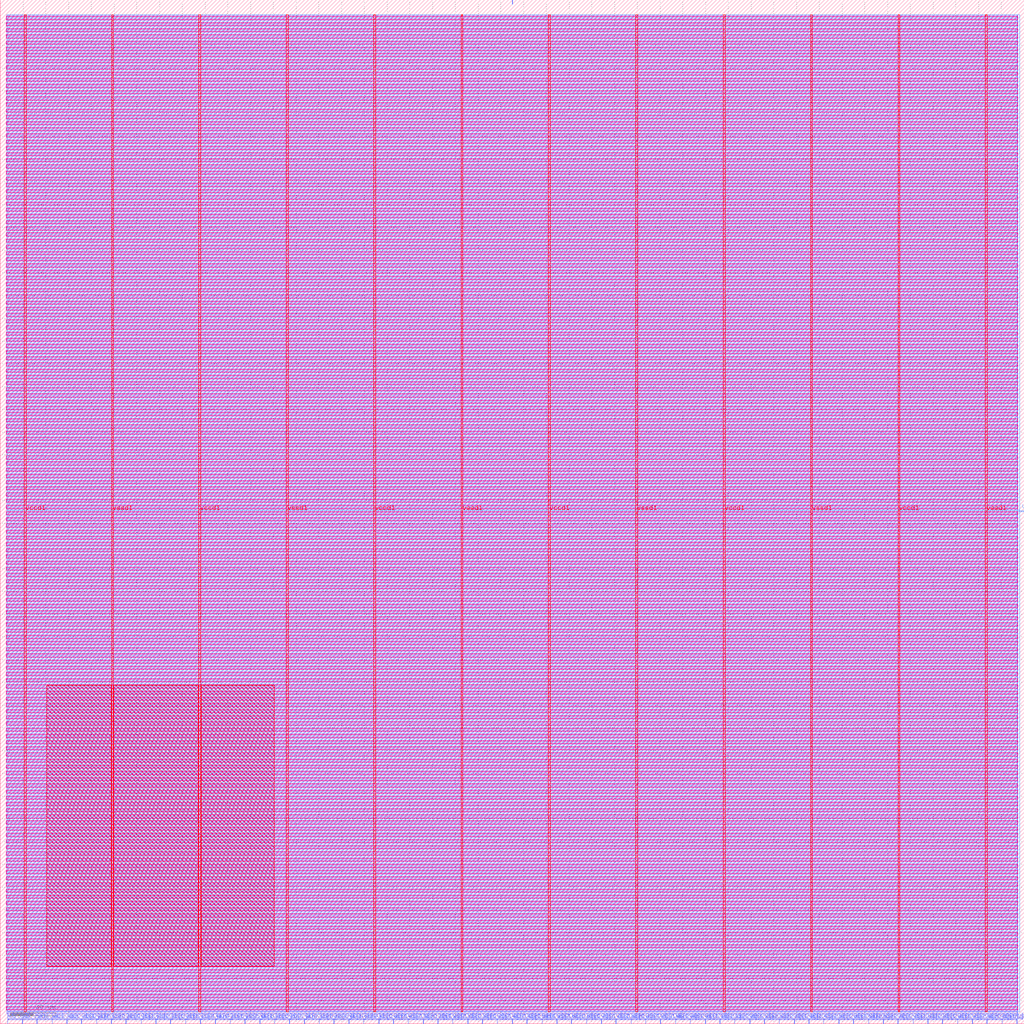
<source format=lef>
VERSION 5.7 ;
  NOWIREEXTENSIONATPIN ON ;
  DIVIDERCHAR "/" ;
  BUSBITCHARS "[]" ;
MACRO user_proj_example
  CLASS BLOCK ;
  FOREIGN user_proj_example ;
  ORIGIN 0.000 0.000 ;
  SIZE 900.000 BY 900.000 ;
  PIN user_clock2
    DIRECTION INPUT ;
    USE SIGNAL ;
    PORT
      LAYER met2 ;
        RECT 449.970 896.000 450.250 900.000 ;
    END
  END user_clock2
  PIN user_irq[0]
    DIRECTION OUTPUT TRISTATE ;
    USE SIGNAL ;
    PORT
      LAYER met2 ;
        RECT 880.530 0.000 880.810 4.000 ;
    END
  END user_irq[0]
  PIN user_irq[1]
    DIRECTION OUTPUT TRISTATE ;
    USE SIGNAL ;
    PORT
      LAYER met3 ;
        RECT 896.000 450.200 900.000 450.800 ;
    END
  END user_irq[1]
  PIN user_irq[2]
    DIRECTION OUTPUT TRISTATE ;
    USE SIGNAL ;
    PORT
      LAYER met2 ;
        RECT 893.410 0.000 893.690 4.000 ;
    END
  END user_irq[2]
  PIN vccd1
    DIRECTION INPUT ;
    USE POWER ;
    PORT
      LAYER met4 ;
        RECT 21.040 10.640 22.640 886.960 ;
    END
    PORT
      LAYER met4 ;
        RECT 174.640 10.640 176.240 886.960 ;
    END
    PORT
      LAYER met4 ;
        RECT 328.240 10.640 329.840 886.960 ;
    END
    PORT
      LAYER met4 ;
        RECT 481.840 10.640 483.440 886.960 ;
    END
    PORT
      LAYER met4 ;
        RECT 635.440 10.640 637.040 886.960 ;
    END
    PORT
      LAYER met4 ;
        RECT 789.040 10.640 790.640 886.960 ;
    END
  END vccd1
  PIN vssd1
    DIRECTION INPUT ;
    USE GROUND ;
    PORT
      LAYER met4 ;
        RECT 97.840 10.640 99.440 886.960 ;
    END
    PORT
      LAYER met4 ;
        RECT 251.440 10.640 253.040 886.960 ;
    END
    PORT
      LAYER met4 ;
        RECT 405.040 10.640 406.640 886.960 ;
    END
    PORT
      LAYER met4 ;
        RECT 558.640 10.640 560.240 886.960 ;
    END
    PORT
      LAYER met4 ;
        RECT 712.240 10.640 713.840 886.960 ;
    END
    PORT
      LAYER met4 ;
        RECT 865.840 10.640 867.440 886.960 ;
    END
  END vssd1
  PIN wb_clk_i
    DIRECTION INPUT ;
    USE SIGNAL ;
    PORT
      LAYER met2 ;
        RECT 6.530 0.000 6.810 4.000 ;
    END
  END wb_clk_i
  PIN wb_rst_i
    DIRECTION INPUT ;
    USE SIGNAL ;
    PORT
      LAYER met2 ;
        RECT 19.410 0.000 19.690 4.000 ;
    END
  END wb_rst_i
  PIN wbs_ack_o
    DIRECTION OUTPUT TRISTATE ;
    USE SIGNAL ;
    PORT
      LAYER met2 ;
        RECT 32.290 0.000 32.570 4.000 ;
    END
  END wbs_ack_o
  PIN wbs_adr_i[0]
    DIRECTION INPUT ;
    USE SIGNAL ;
    PORT
      LAYER met2 ;
        RECT 45.630 0.000 45.910 4.000 ;
    END
  END wbs_adr_i[0]
  PIN wbs_adr_i[10]
    DIRECTION INPUT ;
    USE SIGNAL ;
    PORT
      LAYER met2 ;
        RECT 306.450 0.000 306.730 4.000 ;
    END
  END wbs_adr_i[10]
  PIN wbs_adr_i[11]
    DIRECTION INPUT ;
    USE SIGNAL ;
    PORT
      LAYER met2 ;
        RECT 332.670 0.000 332.950 4.000 ;
    END
  END wbs_adr_i[11]
  PIN wbs_adr_i[12]
    DIRECTION INPUT ;
    USE SIGNAL ;
    PORT
      LAYER met2 ;
        RECT 358.430 0.000 358.710 4.000 ;
    END
  END wbs_adr_i[12]
  PIN wbs_adr_i[13]
    DIRECTION INPUT ;
    USE SIGNAL ;
    PORT
      LAYER met2 ;
        RECT 384.650 0.000 384.930 4.000 ;
    END
  END wbs_adr_i[13]
  PIN wbs_adr_i[14]
    DIRECTION INPUT ;
    USE SIGNAL ;
    PORT
      LAYER met2 ;
        RECT 410.870 0.000 411.150 4.000 ;
    END
  END wbs_adr_i[14]
  PIN wbs_adr_i[15]
    DIRECTION INPUT ;
    USE SIGNAL ;
    PORT
      LAYER met2 ;
        RECT 436.630 0.000 436.910 4.000 ;
    END
  END wbs_adr_i[15]
  PIN wbs_adr_i[16]
    DIRECTION INPUT ;
    USE SIGNAL ;
    PORT
      LAYER met2 ;
        RECT 462.850 0.000 463.130 4.000 ;
    END
  END wbs_adr_i[16]
  PIN wbs_adr_i[17]
    DIRECTION INPUT ;
    USE SIGNAL ;
    PORT
      LAYER met2 ;
        RECT 489.070 0.000 489.350 4.000 ;
    END
  END wbs_adr_i[17]
  PIN wbs_adr_i[18]
    DIRECTION INPUT ;
    USE SIGNAL ;
    PORT
      LAYER met2 ;
        RECT 515.290 0.000 515.570 4.000 ;
    END
  END wbs_adr_i[18]
  PIN wbs_adr_i[19]
    DIRECTION INPUT ;
    USE SIGNAL ;
    PORT
      LAYER met2 ;
        RECT 541.050 0.000 541.330 4.000 ;
    END
  END wbs_adr_i[19]
  PIN wbs_adr_i[1]
    DIRECTION INPUT ;
    USE SIGNAL ;
    PORT
      LAYER met2 ;
        RECT 71.390 0.000 71.670 4.000 ;
    END
  END wbs_adr_i[1]
  PIN wbs_adr_i[20]
    DIRECTION INPUT ;
    USE SIGNAL ;
    PORT
      LAYER met2 ;
        RECT 567.270 0.000 567.550 4.000 ;
    END
  END wbs_adr_i[20]
  PIN wbs_adr_i[21]
    DIRECTION INPUT ;
    USE SIGNAL ;
    PORT
      LAYER met2 ;
        RECT 593.490 0.000 593.770 4.000 ;
    END
  END wbs_adr_i[21]
  PIN wbs_adr_i[22]
    DIRECTION INPUT ;
    USE SIGNAL ;
    PORT
      LAYER met2 ;
        RECT 619.710 0.000 619.990 4.000 ;
    END
  END wbs_adr_i[22]
  PIN wbs_adr_i[23]
    DIRECTION INPUT ;
    USE SIGNAL ;
    PORT
      LAYER met2 ;
        RECT 645.470 0.000 645.750 4.000 ;
    END
  END wbs_adr_i[23]
  PIN wbs_adr_i[24]
    DIRECTION INPUT ;
    USE SIGNAL ;
    PORT
      LAYER met2 ;
        RECT 671.690 0.000 671.970 4.000 ;
    END
  END wbs_adr_i[24]
  PIN wbs_adr_i[25]
    DIRECTION INPUT ;
    USE SIGNAL ;
    PORT
      LAYER met2 ;
        RECT 697.910 0.000 698.190 4.000 ;
    END
  END wbs_adr_i[25]
  PIN wbs_adr_i[26]
    DIRECTION INPUT ;
    USE SIGNAL ;
    PORT
      LAYER met2 ;
        RECT 723.670 0.000 723.950 4.000 ;
    END
  END wbs_adr_i[26]
  PIN wbs_adr_i[27]
    DIRECTION INPUT ;
    USE SIGNAL ;
    PORT
      LAYER met2 ;
        RECT 749.890 0.000 750.170 4.000 ;
    END
  END wbs_adr_i[27]
  PIN wbs_adr_i[28]
    DIRECTION INPUT ;
    USE SIGNAL ;
    PORT
      LAYER met2 ;
        RECT 776.110 0.000 776.390 4.000 ;
    END
  END wbs_adr_i[28]
  PIN wbs_adr_i[29]
    DIRECTION INPUT ;
    USE SIGNAL ;
    PORT
      LAYER met2 ;
        RECT 802.330 0.000 802.610 4.000 ;
    END
  END wbs_adr_i[29]
  PIN wbs_adr_i[2]
    DIRECTION INPUT ;
    USE SIGNAL ;
    PORT
      LAYER met2 ;
        RECT 97.610 0.000 97.890 4.000 ;
    END
  END wbs_adr_i[2]
  PIN wbs_adr_i[30]
    DIRECTION INPUT ;
    USE SIGNAL ;
    PORT
      LAYER met2 ;
        RECT 828.090 0.000 828.370 4.000 ;
    END
  END wbs_adr_i[30]
  PIN wbs_adr_i[31]
    DIRECTION INPUT ;
    USE SIGNAL ;
    PORT
      LAYER met2 ;
        RECT 854.310 0.000 854.590 4.000 ;
    END
  END wbs_adr_i[31]
  PIN wbs_adr_i[3]
    DIRECTION INPUT ;
    USE SIGNAL ;
    PORT
      LAYER met2 ;
        RECT 123.830 0.000 124.110 4.000 ;
    END
  END wbs_adr_i[3]
  PIN wbs_adr_i[4]
    DIRECTION INPUT ;
    USE SIGNAL ;
    PORT
      LAYER met2 ;
        RECT 149.590 0.000 149.870 4.000 ;
    END
  END wbs_adr_i[4]
  PIN wbs_adr_i[5]
    DIRECTION INPUT ;
    USE SIGNAL ;
    PORT
      LAYER met2 ;
        RECT 175.810 0.000 176.090 4.000 ;
    END
  END wbs_adr_i[5]
  PIN wbs_adr_i[6]
    DIRECTION INPUT ;
    USE SIGNAL ;
    PORT
      LAYER met2 ;
        RECT 202.030 0.000 202.310 4.000 ;
    END
  END wbs_adr_i[6]
  PIN wbs_adr_i[7]
    DIRECTION INPUT ;
    USE SIGNAL ;
    PORT
      LAYER met2 ;
        RECT 228.250 0.000 228.530 4.000 ;
    END
  END wbs_adr_i[7]
  PIN wbs_adr_i[8]
    DIRECTION INPUT ;
    USE SIGNAL ;
    PORT
      LAYER met2 ;
        RECT 254.010 0.000 254.290 4.000 ;
    END
  END wbs_adr_i[8]
  PIN wbs_adr_i[9]
    DIRECTION INPUT ;
    USE SIGNAL ;
    PORT
      LAYER met2 ;
        RECT 280.230 0.000 280.510 4.000 ;
    END
  END wbs_adr_i[9]
  PIN wbs_dat_i[0]
    DIRECTION INPUT ;
    USE SIGNAL ;
    PORT
      LAYER met2 ;
        RECT 58.510 0.000 58.790 4.000 ;
    END
  END wbs_dat_i[0]
  PIN wbs_dat_i[10]
    DIRECTION INPUT ;
    USE SIGNAL ;
    PORT
      LAYER met2 ;
        RECT 319.330 0.000 319.610 4.000 ;
    END
  END wbs_dat_i[10]
  PIN wbs_dat_i[11]
    DIRECTION INPUT ;
    USE SIGNAL ;
    PORT
      LAYER met2 ;
        RECT 345.550 0.000 345.830 4.000 ;
    END
  END wbs_dat_i[11]
  PIN wbs_dat_i[12]
    DIRECTION INPUT ;
    USE SIGNAL ;
    PORT
      LAYER met2 ;
        RECT 371.770 0.000 372.050 4.000 ;
    END
  END wbs_dat_i[12]
  PIN wbs_dat_i[13]
    DIRECTION INPUT ;
    USE SIGNAL ;
    PORT
      LAYER met2 ;
        RECT 397.530 0.000 397.810 4.000 ;
    END
  END wbs_dat_i[13]
  PIN wbs_dat_i[14]
    DIRECTION INPUT ;
    USE SIGNAL ;
    PORT
      LAYER met2 ;
        RECT 423.750 0.000 424.030 4.000 ;
    END
  END wbs_dat_i[14]
  PIN wbs_dat_i[15]
    DIRECTION INPUT ;
    USE SIGNAL ;
    PORT
      LAYER met2 ;
        RECT 449.970 0.000 450.250 4.000 ;
    END
  END wbs_dat_i[15]
  PIN wbs_dat_i[16]
    DIRECTION INPUT ;
    USE SIGNAL ;
    PORT
      LAYER met2 ;
        RECT 476.190 0.000 476.470 4.000 ;
    END
  END wbs_dat_i[16]
  PIN wbs_dat_i[17]
    DIRECTION INPUT ;
    USE SIGNAL ;
    PORT
      LAYER met2 ;
        RECT 501.950 0.000 502.230 4.000 ;
    END
  END wbs_dat_i[17]
  PIN wbs_dat_i[18]
    DIRECTION INPUT ;
    USE SIGNAL ;
    PORT
      LAYER met2 ;
        RECT 528.170 0.000 528.450 4.000 ;
    END
  END wbs_dat_i[18]
  PIN wbs_dat_i[19]
    DIRECTION INPUT ;
    USE SIGNAL ;
    PORT
      LAYER met2 ;
        RECT 554.390 0.000 554.670 4.000 ;
    END
  END wbs_dat_i[19]
  PIN wbs_dat_i[1]
    DIRECTION INPUT ;
    USE SIGNAL ;
    PORT
      LAYER met2 ;
        RECT 84.730 0.000 85.010 4.000 ;
    END
  END wbs_dat_i[1]
  PIN wbs_dat_i[20]
    DIRECTION INPUT ;
    USE SIGNAL ;
    PORT
      LAYER met2 ;
        RECT 580.150 0.000 580.430 4.000 ;
    END
  END wbs_dat_i[20]
  PIN wbs_dat_i[21]
    DIRECTION INPUT ;
    USE SIGNAL ;
    PORT
      LAYER met2 ;
        RECT 606.370 0.000 606.650 4.000 ;
    END
  END wbs_dat_i[21]
  PIN wbs_dat_i[22]
    DIRECTION INPUT ;
    USE SIGNAL ;
    PORT
      LAYER met2 ;
        RECT 632.590 0.000 632.870 4.000 ;
    END
  END wbs_dat_i[22]
  PIN wbs_dat_i[23]
    DIRECTION INPUT ;
    USE SIGNAL ;
    PORT
      LAYER met2 ;
        RECT 658.810 0.000 659.090 4.000 ;
    END
  END wbs_dat_i[23]
  PIN wbs_dat_i[24]
    DIRECTION INPUT ;
    USE SIGNAL ;
    PORT
      LAYER met2 ;
        RECT 684.570 0.000 684.850 4.000 ;
    END
  END wbs_dat_i[24]
  PIN wbs_dat_i[25]
    DIRECTION INPUT ;
    USE SIGNAL ;
    PORT
      LAYER met2 ;
        RECT 710.790 0.000 711.070 4.000 ;
    END
  END wbs_dat_i[25]
  PIN wbs_dat_i[26]
    DIRECTION INPUT ;
    USE SIGNAL ;
    PORT
      LAYER met2 ;
        RECT 737.010 0.000 737.290 4.000 ;
    END
  END wbs_dat_i[26]
  PIN wbs_dat_i[27]
    DIRECTION INPUT ;
    USE SIGNAL ;
    PORT
      LAYER met2 ;
        RECT 763.230 0.000 763.510 4.000 ;
    END
  END wbs_dat_i[27]
  PIN wbs_dat_i[28]
    DIRECTION INPUT ;
    USE SIGNAL ;
    PORT
      LAYER met2 ;
        RECT 788.990 0.000 789.270 4.000 ;
    END
  END wbs_dat_i[28]
  PIN wbs_dat_i[29]
    DIRECTION INPUT ;
    USE SIGNAL ;
    PORT
      LAYER met2 ;
        RECT 815.210 0.000 815.490 4.000 ;
    END
  END wbs_dat_i[29]
  PIN wbs_dat_i[2]
    DIRECTION INPUT ;
    USE SIGNAL ;
    PORT
      LAYER met2 ;
        RECT 110.490 0.000 110.770 4.000 ;
    END
  END wbs_dat_i[2]
  PIN wbs_dat_i[30]
    DIRECTION INPUT ;
    USE SIGNAL ;
    PORT
      LAYER met2 ;
        RECT 841.430 0.000 841.710 4.000 ;
    END
  END wbs_dat_i[30]
  PIN wbs_dat_i[31]
    DIRECTION INPUT ;
    USE SIGNAL ;
    PORT
      LAYER met2 ;
        RECT 867.190 0.000 867.470 4.000 ;
    END
  END wbs_dat_i[31]
  PIN wbs_dat_i[3]
    DIRECTION INPUT ;
    USE SIGNAL ;
    PORT
      LAYER met2 ;
        RECT 136.710 0.000 136.990 4.000 ;
    END
  END wbs_dat_i[3]
  PIN wbs_dat_i[4]
    DIRECTION INPUT ;
    USE SIGNAL ;
    PORT
      LAYER met2 ;
        RECT 162.930 0.000 163.210 4.000 ;
    END
  END wbs_dat_i[4]
  PIN wbs_dat_i[5]
    DIRECTION INPUT ;
    USE SIGNAL ;
    PORT
      LAYER met2 ;
        RECT 189.150 0.000 189.430 4.000 ;
    END
  END wbs_dat_i[5]
  PIN wbs_dat_i[6]
    DIRECTION INPUT ;
    USE SIGNAL ;
    PORT
      LAYER met2 ;
        RECT 214.910 0.000 215.190 4.000 ;
    END
  END wbs_dat_i[6]
  PIN wbs_dat_i[7]
    DIRECTION INPUT ;
    USE SIGNAL ;
    PORT
      LAYER met2 ;
        RECT 241.130 0.000 241.410 4.000 ;
    END
  END wbs_dat_i[7]
  PIN wbs_dat_i[8]
    DIRECTION INPUT ;
    USE SIGNAL ;
    PORT
      LAYER met2 ;
        RECT 267.350 0.000 267.630 4.000 ;
    END
  END wbs_dat_i[8]
  PIN wbs_dat_i[9]
    DIRECTION INPUT ;
    USE SIGNAL ;
    PORT
      LAYER met2 ;
        RECT 293.110 0.000 293.390 4.000 ;
    END
  END wbs_dat_i[9]
  OBS
      LAYER nwell ;
        RECT 5.330 882.585 894.430 885.415 ;
        RECT 5.330 877.145 894.430 879.975 ;
        RECT 5.330 871.705 894.430 874.535 ;
        RECT 5.330 866.265 894.430 869.095 ;
        RECT 5.330 860.825 894.430 863.655 ;
        RECT 5.330 855.385 894.430 858.215 ;
        RECT 5.330 849.945 894.430 852.775 ;
        RECT 5.330 844.505 894.430 847.335 ;
        RECT 5.330 839.065 894.430 841.895 ;
        RECT 5.330 833.625 894.430 836.455 ;
        RECT 5.330 828.185 894.430 831.015 ;
        RECT 5.330 822.745 894.430 825.575 ;
        RECT 5.330 817.305 894.430 820.135 ;
        RECT 5.330 811.865 894.430 814.695 ;
        RECT 5.330 806.425 894.430 809.255 ;
        RECT 5.330 800.985 894.430 803.815 ;
        RECT 5.330 795.545 894.430 798.375 ;
        RECT 5.330 790.105 894.430 792.935 ;
        RECT 5.330 784.665 894.430 787.495 ;
        RECT 5.330 779.225 894.430 782.055 ;
        RECT 5.330 773.785 894.430 776.615 ;
        RECT 5.330 768.345 894.430 771.175 ;
        RECT 5.330 762.905 894.430 765.735 ;
        RECT 5.330 757.465 894.430 760.295 ;
        RECT 5.330 752.025 894.430 754.855 ;
        RECT 5.330 746.585 894.430 749.415 ;
        RECT 5.330 741.145 894.430 743.975 ;
        RECT 5.330 735.705 894.430 738.535 ;
        RECT 5.330 730.265 894.430 733.095 ;
        RECT 5.330 724.825 894.430 727.655 ;
        RECT 5.330 719.385 894.430 722.215 ;
        RECT 5.330 713.945 894.430 716.775 ;
        RECT 5.330 708.505 894.430 711.335 ;
        RECT 5.330 703.065 894.430 705.895 ;
        RECT 5.330 697.625 894.430 700.455 ;
        RECT 5.330 692.185 894.430 695.015 ;
        RECT 5.330 686.745 894.430 689.575 ;
        RECT 5.330 681.305 894.430 684.135 ;
        RECT 5.330 675.865 894.430 678.695 ;
        RECT 5.330 670.425 894.430 673.255 ;
        RECT 5.330 664.985 894.430 667.815 ;
        RECT 5.330 659.545 894.430 662.375 ;
        RECT 5.330 654.105 894.430 656.935 ;
        RECT 5.330 648.665 894.430 651.495 ;
        RECT 5.330 643.225 894.430 646.055 ;
        RECT 5.330 637.785 894.430 640.615 ;
        RECT 5.330 632.345 894.430 635.175 ;
        RECT 5.330 626.905 894.430 629.735 ;
        RECT 5.330 621.465 894.430 624.295 ;
        RECT 5.330 616.025 894.430 618.855 ;
        RECT 5.330 610.585 894.430 613.415 ;
        RECT 5.330 605.145 894.430 607.975 ;
        RECT 5.330 599.705 894.430 602.535 ;
        RECT 5.330 594.265 894.430 597.095 ;
        RECT 5.330 588.825 894.430 591.655 ;
        RECT 5.330 583.385 894.430 586.215 ;
        RECT 5.330 577.945 894.430 580.775 ;
        RECT 5.330 572.505 894.430 575.335 ;
        RECT 5.330 567.065 894.430 569.895 ;
        RECT 5.330 561.625 894.430 564.455 ;
        RECT 5.330 556.185 894.430 559.015 ;
        RECT 5.330 550.745 894.430 553.575 ;
        RECT 5.330 545.305 894.430 548.135 ;
        RECT 5.330 539.865 894.430 542.695 ;
        RECT 5.330 534.425 894.430 537.255 ;
        RECT 5.330 528.985 894.430 531.815 ;
        RECT 5.330 523.545 894.430 526.375 ;
        RECT 5.330 518.105 894.430 520.935 ;
        RECT 5.330 512.665 894.430 515.495 ;
        RECT 5.330 507.225 894.430 510.055 ;
        RECT 5.330 501.785 894.430 504.615 ;
        RECT 5.330 496.345 894.430 499.175 ;
        RECT 5.330 490.905 894.430 493.735 ;
        RECT 5.330 485.465 894.430 488.295 ;
        RECT 5.330 480.025 894.430 482.855 ;
        RECT 5.330 474.585 894.430 477.415 ;
        RECT 5.330 469.145 894.430 471.975 ;
        RECT 5.330 463.705 894.430 466.535 ;
        RECT 5.330 458.265 894.430 461.095 ;
        RECT 5.330 452.825 894.430 455.655 ;
        RECT 5.330 447.385 894.430 450.215 ;
        RECT 5.330 441.945 894.430 444.775 ;
        RECT 5.330 436.505 894.430 439.335 ;
        RECT 5.330 431.065 894.430 433.895 ;
        RECT 5.330 425.625 894.430 428.455 ;
        RECT 5.330 420.185 894.430 423.015 ;
        RECT 5.330 414.745 894.430 417.575 ;
        RECT 5.330 409.305 894.430 412.135 ;
        RECT 5.330 403.865 894.430 406.695 ;
        RECT 5.330 398.425 894.430 401.255 ;
        RECT 5.330 392.985 894.430 395.815 ;
        RECT 5.330 387.545 894.430 390.375 ;
        RECT 5.330 382.105 894.430 384.935 ;
        RECT 5.330 376.665 894.430 379.495 ;
        RECT 5.330 371.225 894.430 374.055 ;
        RECT 5.330 365.785 894.430 368.615 ;
        RECT 5.330 360.345 894.430 363.175 ;
        RECT 5.330 354.905 894.430 357.735 ;
        RECT 5.330 349.465 894.430 352.295 ;
        RECT 5.330 344.025 894.430 346.855 ;
        RECT 5.330 338.585 894.430 341.415 ;
        RECT 5.330 333.145 894.430 335.975 ;
        RECT 5.330 327.705 894.430 330.535 ;
        RECT 5.330 322.265 894.430 325.095 ;
        RECT 5.330 316.825 894.430 319.655 ;
        RECT 5.330 311.385 894.430 314.215 ;
        RECT 5.330 305.945 894.430 308.775 ;
        RECT 5.330 300.505 894.430 303.335 ;
        RECT 5.330 295.065 894.430 297.895 ;
        RECT 5.330 289.625 894.430 292.455 ;
        RECT 5.330 284.185 894.430 287.015 ;
        RECT 5.330 278.745 894.430 281.575 ;
        RECT 5.330 273.305 894.430 276.135 ;
        RECT 5.330 267.865 894.430 270.695 ;
        RECT 5.330 262.425 894.430 265.255 ;
        RECT 5.330 256.985 894.430 259.815 ;
        RECT 5.330 251.545 894.430 254.375 ;
        RECT 5.330 246.105 894.430 248.935 ;
        RECT 5.330 240.665 894.430 243.495 ;
        RECT 5.330 235.225 894.430 238.055 ;
        RECT 5.330 229.785 894.430 232.615 ;
        RECT 5.330 224.345 894.430 227.175 ;
        RECT 5.330 218.905 894.430 221.735 ;
        RECT 5.330 213.465 894.430 216.295 ;
        RECT 5.330 208.025 894.430 210.855 ;
        RECT 5.330 202.585 894.430 205.415 ;
        RECT 5.330 197.145 894.430 199.975 ;
        RECT 5.330 191.705 894.430 194.535 ;
        RECT 5.330 186.265 894.430 189.095 ;
        RECT 5.330 180.825 894.430 183.655 ;
        RECT 5.330 175.385 894.430 178.215 ;
        RECT 5.330 169.945 894.430 172.775 ;
        RECT 5.330 164.505 894.430 167.335 ;
        RECT 5.330 159.065 894.430 161.895 ;
        RECT 5.330 153.625 894.430 156.455 ;
        RECT 5.330 148.185 894.430 151.015 ;
        RECT 5.330 142.745 894.430 145.575 ;
        RECT 5.330 137.305 894.430 140.135 ;
        RECT 5.330 131.865 894.430 134.695 ;
        RECT 5.330 126.425 894.430 129.255 ;
        RECT 5.330 120.985 894.430 123.815 ;
        RECT 5.330 115.545 894.430 118.375 ;
        RECT 5.330 110.105 894.430 112.935 ;
        RECT 5.330 104.665 894.430 107.495 ;
        RECT 5.330 99.225 894.430 102.055 ;
        RECT 5.330 93.785 894.430 96.615 ;
        RECT 5.330 88.345 894.430 91.175 ;
        RECT 5.330 82.905 894.430 85.735 ;
        RECT 5.330 77.465 894.430 80.295 ;
        RECT 5.330 72.025 894.430 74.855 ;
        RECT 5.330 66.585 894.430 69.415 ;
        RECT 5.330 61.145 894.430 63.975 ;
        RECT 5.330 55.705 894.430 58.535 ;
        RECT 5.330 50.265 894.430 53.095 ;
        RECT 5.330 44.825 894.430 47.655 ;
        RECT 5.330 39.385 894.430 42.215 ;
        RECT 5.330 33.945 894.430 36.775 ;
        RECT 5.330 28.505 894.430 31.335 ;
        RECT 5.330 23.065 894.430 25.895 ;
        RECT 5.330 17.625 894.430 20.455 ;
        RECT 5.330 12.185 894.430 15.015 ;
      LAYER li1 ;
        RECT 5.520 10.795 894.240 886.805 ;
      LAYER met1 ;
        RECT 5.520 8.880 894.240 886.960 ;
      LAYER met2 ;
        RECT 6.530 4.280 893.680 886.960 ;
        RECT 7.090 3.670 19.130 4.280 ;
        RECT 19.970 3.670 32.010 4.280 ;
        RECT 32.850 3.670 45.350 4.280 ;
        RECT 46.190 3.670 58.230 4.280 ;
        RECT 59.070 3.670 71.110 4.280 ;
        RECT 71.950 3.670 84.450 4.280 ;
        RECT 85.290 3.670 97.330 4.280 ;
        RECT 98.170 3.670 110.210 4.280 ;
        RECT 111.050 3.670 123.550 4.280 ;
        RECT 124.390 3.670 136.430 4.280 ;
        RECT 137.270 3.670 149.310 4.280 ;
        RECT 150.150 3.670 162.650 4.280 ;
        RECT 163.490 3.670 175.530 4.280 ;
        RECT 176.370 3.670 188.870 4.280 ;
        RECT 189.710 3.670 201.750 4.280 ;
        RECT 202.590 3.670 214.630 4.280 ;
        RECT 215.470 3.670 227.970 4.280 ;
        RECT 228.810 3.670 240.850 4.280 ;
        RECT 241.690 3.670 253.730 4.280 ;
        RECT 254.570 3.670 267.070 4.280 ;
        RECT 267.910 3.670 279.950 4.280 ;
        RECT 280.790 3.670 292.830 4.280 ;
        RECT 293.670 3.670 306.170 4.280 ;
        RECT 307.010 3.670 319.050 4.280 ;
        RECT 319.890 3.670 332.390 4.280 ;
        RECT 333.230 3.670 345.270 4.280 ;
        RECT 346.110 3.670 358.150 4.280 ;
        RECT 358.990 3.670 371.490 4.280 ;
        RECT 372.330 3.670 384.370 4.280 ;
        RECT 385.210 3.670 397.250 4.280 ;
        RECT 398.090 3.670 410.590 4.280 ;
        RECT 411.430 3.670 423.470 4.280 ;
        RECT 424.310 3.670 436.350 4.280 ;
        RECT 437.190 3.670 449.690 4.280 ;
        RECT 450.530 3.670 462.570 4.280 ;
        RECT 463.410 3.670 475.910 4.280 ;
        RECT 476.750 3.670 488.790 4.280 ;
        RECT 489.630 3.670 501.670 4.280 ;
        RECT 502.510 3.670 515.010 4.280 ;
        RECT 515.850 3.670 527.890 4.280 ;
        RECT 528.730 3.670 540.770 4.280 ;
        RECT 541.610 3.670 554.110 4.280 ;
        RECT 554.950 3.670 566.990 4.280 ;
        RECT 567.830 3.670 579.870 4.280 ;
        RECT 580.710 3.670 593.210 4.280 ;
        RECT 594.050 3.670 606.090 4.280 ;
        RECT 606.930 3.670 619.430 4.280 ;
        RECT 620.270 3.670 632.310 4.280 ;
        RECT 633.150 3.670 645.190 4.280 ;
        RECT 646.030 3.670 658.530 4.280 ;
        RECT 659.370 3.670 671.410 4.280 ;
        RECT 672.250 3.670 684.290 4.280 ;
        RECT 685.130 3.670 697.630 4.280 ;
        RECT 698.470 3.670 710.510 4.280 ;
        RECT 711.350 3.670 723.390 4.280 ;
        RECT 724.230 3.670 736.730 4.280 ;
        RECT 737.570 3.670 749.610 4.280 ;
        RECT 750.450 3.670 762.950 4.280 ;
        RECT 763.790 3.670 775.830 4.280 ;
        RECT 776.670 3.670 788.710 4.280 ;
        RECT 789.550 3.670 802.050 4.280 ;
        RECT 802.890 3.670 814.930 4.280 ;
        RECT 815.770 3.670 827.810 4.280 ;
        RECT 828.650 3.670 841.150 4.280 ;
        RECT 841.990 3.670 854.030 4.280 ;
        RECT 854.870 3.670 866.910 4.280 ;
        RECT 867.750 3.670 880.250 4.280 ;
        RECT 881.090 3.670 893.130 4.280 ;
      LAYER met3 ;
        RECT 6.505 451.200 896.000 886.885 ;
        RECT 6.505 449.800 895.600 451.200 ;
        RECT 6.505 10.715 896.000 449.800 ;
      LAYER met4 ;
        RECT 40.775 50.495 97.440 297.665 ;
        RECT 99.840 50.495 174.240 297.665 ;
        RECT 176.640 50.495 240.745 297.665 ;
  END
END user_proj_example
END LIBRARY


</source>
